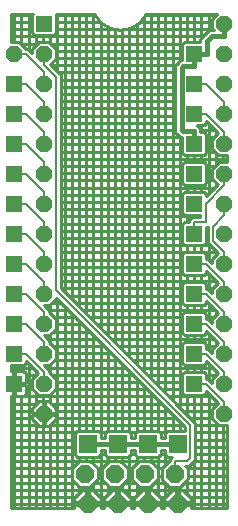
<source format=gbr>
G04 EAGLE Gerber RS-274X export*
G75*
%MOMM*%
%FSLAX34Y34*%
%LPD*%
%INBottom Copper*%
%IPPOS*%
%AMOC8*
5,1,8,0,0,1.08239X$1,22.5*%
G01*
%ADD10P,1.429621X8X22.500000*%
%ADD11R,1.320800X1.320800*%
%ADD12R,1.524000X1.524000*%
%ADD13P,1.649562X8X22.500000*%
%ADD14C,0.203200*%
%ADD15C,0.254000*%
%ADD16C,0.381000*%


D10*
X0Y393700D03*
D11*
X0Y368300D03*
X0Y342900D03*
X0Y317500D03*
X0Y292100D03*
X0Y266700D03*
X0Y241300D03*
X0Y215900D03*
X0Y190500D03*
X0Y165100D03*
X0Y139700D03*
X0Y114300D03*
X152400Y114300D03*
X152400Y139700D03*
X152400Y165100D03*
X152400Y190500D03*
X152400Y215900D03*
X152400Y241300D03*
X152400Y266700D03*
X152400Y292100D03*
X152400Y317500D03*
X152400Y342900D03*
X152400Y368300D03*
X152400Y393700D03*
X25400Y419100D03*
D10*
X25400Y393700D03*
X25400Y368300D03*
X25400Y342900D03*
X25400Y317500D03*
X25400Y292100D03*
X25400Y266700D03*
X25400Y241300D03*
X25400Y215900D03*
X25400Y190500D03*
X25400Y165100D03*
X25400Y139700D03*
X25400Y114300D03*
X25400Y88900D03*
X177800Y88900D03*
X177800Y114300D03*
X177800Y139700D03*
X177800Y165100D03*
X177800Y190500D03*
X177800Y215900D03*
X177800Y241300D03*
X177800Y266700D03*
X177800Y292100D03*
X177800Y317500D03*
X177800Y342900D03*
X177800Y368300D03*
X177800Y393700D03*
X177800Y419100D03*
D12*
X138430Y63500D03*
D13*
X135890Y38100D03*
X138430Y12700D03*
D12*
X113030Y63500D03*
D13*
X110490Y38100D03*
X113030Y12700D03*
D12*
X87630Y63500D03*
D13*
X85090Y38100D03*
X87630Y12700D03*
D12*
X62230Y63500D03*
D13*
X59690Y38100D03*
X62230Y12700D03*
D14*
X9677Y190500D02*
X0Y190500D01*
X25400Y174777D02*
X25400Y165100D01*
X25400Y174777D02*
X9677Y190500D01*
X9677Y165100D02*
X0Y165100D01*
X25400Y149377D02*
X25400Y139700D01*
X25400Y149377D02*
X9677Y165100D01*
X9677Y139700D02*
X0Y139700D01*
X25400Y123977D02*
X25400Y114300D01*
X25400Y123977D02*
X9677Y139700D01*
X152400Y114300D02*
X162077Y114300D01*
X177800Y98577D02*
X177800Y88900D01*
X177800Y98577D02*
X162077Y114300D01*
X162077Y139700D02*
X152400Y139700D01*
X177800Y123977D02*
X177800Y114300D01*
X177800Y123977D02*
X162077Y139700D01*
X162077Y165100D02*
X152400Y165100D01*
X177800Y149377D02*
X177800Y139700D01*
X177800Y149377D02*
X162077Y165100D01*
X162077Y190500D02*
X152400Y190500D01*
X177800Y174777D02*
X177800Y165100D01*
X177800Y174777D02*
X162077Y190500D01*
X162077Y215900D02*
X152400Y215900D01*
X177800Y200177D02*
X177800Y190500D01*
X177800Y200177D02*
X162077Y215900D01*
D15*
X162306Y233328D02*
X162306Y246659D01*
X163308Y246659D01*
X163309Y246661D01*
X163311Y246661D01*
X163805Y247155D01*
X163805Y235261D01*
X163805Y233467D01*
X163805Y233467D01*
X163805Y233466D01*
X165021Y232250D01*
X172581Y224690D01*
X167894Y220003D01*
X167894Y216190D01*
X163866Y220218D01*
X162306Y220218D01*
X162306Y223872D01*
X160372Y225806D01*
X144428Y225806D01*
X142494Y223872D01*
X142494Y207928D01*
X144428Y205994D01*
X160372Y205994D01*
X162306Y207928D01*
X162306Y209564D01*
X172581Y199290D01*
X167894Y194603D01*
X167894Y190790D01*
X163866Y194818D01*
X162306Y194818D01*
X162306Y198472D01*
X160372Y200406D01*
X144428Y200406D01*
X142494Y198472D01*
X142494Y182528D01*
X144428Y180594D01*
X160372Y180594D01*
X162306Y182528D01*
X162306Y184164D01*
X172581Y173890D01*
X167894Y169203D01*
X167894Y165390D01*
X163866Y169418D01*
X162306Y169418D01*
X162306Y173072D01*
X160372Y175006D01*
X144428Y175006D01*
X142494Y173072D01*
X142494Y157128D01*
X144428Y155194D01*
X160372Y155194D01*
X162306Y157128D01*
X162306Y158764D01*
X172581Y148490D01*
X167894Y143803D01*
X167894Y139990D01*
X163866Y144018D01*
X162306Y144018D01*
X162306Y147672D01*
X160372Y149606D01*
X144428Y149606D01*
X142494Y147672D01*
X142494Y131728D01*
X144428Y129794D01*
X160372Y129794D01*
X162306Y131728D01*
X162306Y133364D01*
X172581Y123090D01*
X167894Y118403D01*
X167894Y114590D01*
X163866Y118618D01*
X162306Y118618D01*
X162306Y122272D01*
X160372Y124206D01*
X144428Y124206D01*
X142494Y122272D01*
X142494Y106328D01*
X144428Y104394D01*
X160372Y104394D01*
X162306Y106328D01*
X162306Y107964D01*
X172581Y97690D01*
X167894Y93003D01*
X167894Y84797D01*
X173697Y78994D01*
X180140Y78994D01*
X180140Y8890D01*
X149860Y8890D01*
X149860Y11430D01*
X139700Y11430D01*
X139700Y13970D01*
X149860Y13970D01*
X149860Y17434D01*
X143164Y24130D01*
X139700Y24130D01*
X139700Y13970D01*
X137160Y13970D01*
X137160Y24130D01*
X133696Y24130D01*
X127000Y17434D01*
X127000Y13970D01*
X137160Y13970D01*
X137160Y11430D01*
X127000Y11430D01*
X127000Y8890D01*
X124460Y8890D01*
X124460Y11430D01*
X114300Y11430D01*
X114300Y13970D01*
X124460Y13970D01*
X124460Y17434D01*
X117764Y24130D01*
X114300Y24130D01*
X114300Y13970D01*
X111760Y13970D01*
X111760Y24130D01*
X108296Y24130D01*
X101600Y17434D01*
X101600Y13970D01*
X111760Y13970D01*
X111760Y11430D01*
X101600Y11430D01*
X101600Y8890D01*
X99060Y8890D01*
X99060Y11430D01*
X88900Y11430D01*
X88900Y13970D01*
X99060Y13970D01*
X99060Y17434D01*
X92364Y24130D01*
X88900Y24130D01*
X88900Y13970D01*
X86360Y13970D01*
X86360Y24130D01*
X82896Y24130D01*
X76200Y17434D01*
X76200Y13970D01*
X86360Y13970D01*
X86360Y11430D01*
X76200Y11430D01*
X76200Y8890D01*
X73660Y8890D01*
X73660Y11430D01*
X63500Y11430D01*
X63500Y13970D01*
X73660Y13970D01*
X73660Y17434D01*
X66964Y24130D01*
X63500Y24130D01*
X63500Y13970D01*
X60960Y13970D01*
X60960Y24130D01*
X57496Y24130D01*
X50800Y17434D01*
X50800Y13970D01*
X60960Y13970D01*
X60960Y11430D01*
X50800Y11430D01*
X50800Y8890D01*
X-2540Y8890D01*
X-2540Y103886D01*
X-762Y103886D01*
X-762Y113538D01*
X762Y113538D01*
X762Y103886D01*
X7106Y103886D01*
X8075Y104146D01*
X8943Y104647D01*
X9653Y105357D01*
X10154Y106225D01*
X10414Y107194D01*
X10414Y113538D01*
X762Y113538D01*
X762Y115062D01*
X10414Y115062D01*
X10414Y121406D01*
X10154Y122375D01*
X9653Y123243D01*
X8943Y123953D01*
X8075Y124454D01*
X7106Y124714D01*
X762Y124714D01*
X762Y115062D01*
X-762Y115062D01*
X-762Y124714D01*
X-2540Y124714D01*
X-2540Y129794D01*
X7972Y129794D01*
X9906Y131728D01*
X9906Y133364D01*
X20181Y123090D01*
X15494Y118403D01*
X15494Y110197D01*
X21297Y104394D01*
X29503Y104394D01*
X35306Y110197D01*
X35306Y118403D01*
X29718Y123991D01*
X29718Y125766D01*
X25690Y129794D01*
X29503Y129794D01*
X35306Y135597D01*
X35306Y143803D01*
X29718Y149391D01*
X29718Y151166D01*
X25690Y155194D01*
X29503Y155194D01*
X35306Y160997D01*
X35306Y169203D01*
X29718Y174791D01*
X29718Y176566D01*
X25690Y180594D01*
X29503Y180594D01*
X35306Y186397D01*
X35306Y186933D01*
X144831Y77408D01*
X144831Y74422D01*
X129442Y74422D01*
X127508Y72488D01*
X127508Y68707D01*
X123952Y68707D01*
X123952Y72488D01*
X122018Y74422D01*
X104042Y74422D01*
X102108Y72488D01*
X102108Y68707D01*
X98552Y68707D01*
X98552Y72488D01*
X96618Y74422D01*
X78642Y74422D01*
X76708Y72488D01*
X76708Y68707D01*
X73152Y68707D01*
X73152Y72488D01*
X71218Y74422D01*
X53242Y74422D01*
X51308Y72488D01*
X51308Y54512D01*
X53242Y52578D01*
X71218Y52578D01*
X73152Y54512D01*
X73152Y58293D01*
X76708Y58293D01*
X76708Y54512D01*
X78642Y52578D01*
X96618Y52578D01*
X98552Y54512D01*
X98552Y58293D01*
X102108Y58293D01*
X102108Y54512D01*
X104042Y52578D01*
X122018Y52578D01*
X123952Y54512D01*
X123952Y58293D01*
X127508Y58293D01*
X127508Y54512D01*
X129442Y52578D01*
X133568Y52578D01*
X131572Y50582D01*
X131572Y49022D01*
X131366Y49022D01*
X124968Y42624D01*
X124968Y33576D01*
X131366Y27178D01*
X140414Y27178D01*
X146812Y33576D01*
X146812Y42624D01*
X144961Y44475D01*
X148372Y44475D01*
X150901Y47004D01*
X153467Y49570D01*
X153467Y80986D01*
X150938Y83515D01*
X39395Y195058D01*
X39395Y374351D01*
X39395Y376133D01*
X39395Y376133D01*
X39395Y376134D01*
X38170Y377359D01*
X30619Y384910D01*
X35306Y389597D01*
X35306Y397803D01*
X29503Y403606D01*
X21297Y403606D01*
X15494Y397803D01*
X15494Y393990D01*
X11466Y398018D01*
X9691Y398018D01*
X4103Y403606D01*
X-2540Y403606D01*
X-2540Y427228D01*
X15650Y427228D01*
X15494Y427072D01*
X15494Y411128D01*
X17428Y409194D01*
X33372Y409194D01*
X35306Y411128D01*
X35306Y427072D01*
X35150Y427228D01*
X68144Y427228D01*
X68442Y426407D01*
X68442Y426407D01*
X73912Y419888D01*
X73912Y419888D01*
X73912Y419888D01*
X81282Y415633D01*
X81282Y415633D01*
X89662Y414156D01*
X89662Y414156D01*
X98042Y415633D01*
X98042Y415633D01*
X105412Y419888D01*
X105412Y419888D01*
X110882Y426407D01*
X110882Y426407D01*
X111180Y427228D01*
X171919Y427228D01*
X167894Y423203D01*
X167894Y414997D01*
X169150Y413741D01*
X165077Y413741D01*
X160809Y409473D01*
X157759Y406423D01*
X157759Y403606D01*
X144428Y403606D01*
X142494Y401672D01*
X142494Y388341D01*
X140769Y388341D01*
X140768Y388340D01*
X140767Y388340D01*
X139261Y386832D01*
X137719Y385291D01*
X137719Y385290D01*
X136627Y384198D01*
X136627Y384196D01*
X136626Y384195D01*
X136627Y382039D01*
X136627Y329162D01*
X136626Y327005D01*
X136627Y327004D01*
X136627Y327002D01*
X137719Y325910D01*
X137719Y325909D01*
X139262Y324367D01*
X140767Y322860D01*
X140768Y322860D01*
X140769Y322859D01*
X142494Y322859D01*
X142494Y309528D01*
X144428Y307594D01*
X160372Y307594D01*
X162306Y309528D01*
X162306Y325472D01*
X160372Y327406D01*
X157607Y327406D01*
X157607Y330223D01*
X154836Y332994D01*
X160372Y332994D01*
X162306Y334928D01*
X162306Y336564D01*
X172581Y326290D01*
X167894Y321603D01*
X167894Y313397D01*
X173697Y307594D01*
X180140Y307594D01*
X180140Y302006D01*
X173697Y302006D01*
X167894Y296203D01*
X167894Y287997D01*
X172581Y283310D01*
X162306Y273036D01*
X162306Y274672D01*
X160372Y276606D01*
X144428Y276606D01*
X142494Y274672D01*
X142494Y258728D01*
X144428Y256794D01*
X157759Y256794D01*
X157759Y255295D01*
X150611Y255295D01*
X148082Y252766D01*
X148082Y251206D01*
X144428Y251206D01*
X142494Y249272D01*
X142494Y233328D01*
X144428Y231394D01*
X160372Y231394D01*
X162306Y233328D01*
X70612Y42624D02*
X70612Y33576D01*
X70612Y42624D02*
X64214Y49022D01*
X55166Y49022D01*
X48768Y42624D01*
X48768Y33576D01*
X55166Y27178D01*
X64214Y27178D01*
X70612Y33576D01*
X121412Y33576D02*
X121412Y42624D01*
X115014Y49022D01*
X105966Y49022D01*
X99568Y42624D01*
X99568Y33576D01*
X105966Y27178D01*
X115014Y27178D01*
X121412Y33576D01*
X26162Y89662D02*
X26162Y99314D01*
X26162Y89662D02*
X24638Y89662D01*
X24638Y99314D01*
X21086Y99314D01*
X14986Y93214D01*
X14986Y89662D01*
X24638Y89662D01*
X24638Y88138D01*
X14986Y88138D01*
X14986Y84586D01*
X21086Y78486D01*
X24638Y78486D01*
X24638Y88138D01*
X26162Y88138D01*
X26162Y78486D01*
X29714Y78486D01*
X35814Y84586D01*
X35814Y88138D01*
X26162Y88138D01*
X26162Y89662D01*
X35814Y89662D01*
X35814Y93214D01*
X29714Y99314D01*
X26162Y99314D01*
X162306Y284128D02*
X162306Y300072D01*
X160372Y302006D01*
X144428Y302006D01*
X142494Y300072D01*
X142494Y284128D01*
X144428Y282194D01*
X160372Y282194D01*
X162306Y284128D01*
X96012Y42624D02*
X96012Y33576D01*
X96012Y42624D02*
X89614Y49022D01*
X80566Y49022D01*
X74168Y42624D01*
X74168Y33576D01*
X80566Y27178D01*
X89614Y27178D01*
X96012Y33576D01*
X60960Y12192D02*
X-2540Y12192D01*
X63500Y12192D02*
X86360Y12192D01*
X88900Y12192D02*
X111760Y12192D01*
X114300Y12192D02*
X137160Y12192D01*
X139700Y12192D02*
X180140Y12192D01*
X51654Y18288D02*
X-2540Y18288D01*
X60960Y18288D02*
X63500Y18288D01*
X72806Y18288D02*
X77054Y18288D01*
X86360Y18288D02*
X88900Y18288D01*
X98206Y18288D02*
X102454Y18288D01*
X111760Y18288D02*
X114300Y18288D01*
X123606Y18288D02*
X127854Y18288D01*
X137160Y18288D02*
X139700Y18288D01*
X149006Y18288D02*
X180140Y18288D01*
X180140Y24384D02*
X-2540Y24384D01*
X-2540Y30480D02*
X51864Y30480D01*
X67516Y30480D02*
X77264Y30480D01*
X92916Y30480D02*
X102664Y30480D01*
X118316Y30480D02*
X128064Y30480D01*
X143716Y30480D02*
X180140Y30480D01*
X48768Y36576D02*
X-2540Y36576D01*
X70612Y36576D02*
X74168Y36576D01*
X96012Y36576D02*
X99568Y36576D01*
X121412Y36576D02*
X124968Y36576D01*
X146812Y36576D02*
X180140Y36576D01*
X48816Y42672D02*
X-2540Y42672D01*
X70564Y42672D02*
X74216Y42672D01*
X95964Y42672D02*
X99616Y42672D01*
X121364Y42672D02*
X125016Y42672D01*
X146764Y42672D02*
X180140Y42672D01*
X54912Y48768D02*
X-2540Y48768D01*
X64468Y48768D02*
X80312Y48768D01*
X89868Y48768D02*
X105712Y48768D01*
X115268Y48768D02*
X131112Y48768D01*
X152665Y48768D02*
X180140Y48768D01*
X51308Y54864D02*
X-2540Y54864D01*
X73152Y54864D02*
X76708Y54864D01*
X98552Y54864D02*
X102108Y54864D01*
X123952Y54864D02*
X127508Y54864D01*
X153467Y54864D02*
X180140Y54864D01*
X51308Y60960D02*
X-2540Y60960D01*
X153467Y60960D02*
X180140Y60960D01*
X51308Y67056D02*
X-2540Y67056D01*
X153467Y67056D02*
X180140Y67056D01*
X51972Y73152D02*
X-2540Y73152D01*
X72488Y73152D02*
X77372Y73152D01*
X97888Y73152D02*
X102772Y73152D01*
X123288Y73152D02*
X128172Y73152D01*
X153467Y73152D02*
X180140Y73152D01*
X20324Y79248D02*
X-2540Y79248D01*
X24638Y79248D02*
X26162Y79248D01*
X30476Y79248D02*
X142991Y79248D01*
X153467Y79248D02*
X173443Y79248D01*
X14986Y85344D02*
X-2540Y85344D01*
X24638Y85344D02*
X26162Y85344D01*
X35814Y85344D02*
X136895Y85344D01*
X149109Y85344D02*
X167894Y85344D01*
X14986Y91440D02*
X-2540Y91440D01*
X24638Y91440D02*
X26162Y91440D01*
X35814Y91440D02*
X130799Y91440D01*
X143013Y91440D02*
X167894Y91440D01*
X19308Y97536D02*
X-2540Y97536D01*
X24638Y97536D02*
X26162Y97536D01*
X31492Y97536D02*
X124703Y97536D01*
X136917Y97536D02*
X172427Y97536D01*
X118607Y103632D02*
X-2540Y103632D01*
X130821Y103632D02*
X166638Y103632D01*
X762Y109728D02*
X-762Y109728D01*
X10414Y109728D02*
X15963Y109728D01*
X34837Y109728D02*
X112511Y109728D01*
X124725Y109728D02*
X142494Y109728D01*
X762Y115824D02*
X-762Y115824D01*
X10414Y115824D02*
X15494Y115824D01*
X35306Y115824D02*
X106415Y115824D01*
X118629Y115824D02*
X142494Y115824D01*
X166660Y115824D02*
X167894Y115824D01*
X762Y121920D02*
X-762Y121920D01*
X10276Y121920D02*
X19011Y121920D01*
X31789Y121920D02*
X100319Y121920D01*
X112533Y121920D02*
X142494Y121920D01*
X162306Y121920D02*
X171411Y121920D01*
X15254Y128016D02*
X-2540Y128016D01*
X27468Y128016D02*
X94223Y128016D01*
X106437Y128016D02*
X167654Y128016D01*
X88127Y134112D02*
X33821Y134112D01*
X100341Y134112D02*
X142494Y134112D01*
X82031Y140208D02*
X35306Y140208D01*
X94245Y140208D02*
X142494Y140208D01*
X167676Y140208D02*
X167894Y140208D01*
X75935Y146304D02*
X32805Y146304D01*
X88149Y146304D02*
X142494Y146304D01*
X162306Y146304D02*
X170395Y146304D01*
X69839Y152400D02*
X28484Y152400D01*
X82053Y152400D02*
X168670Y152400D01*
X63743Y158496D02*
X32805Y158496D01*
X75957Y158496D02*
X142494Y158496D01*
X162306Y158496D02*
X162574Y158496D01*
X57647Y164592D02*
X35306Y164592D01*
X69861Y164592D02*
X142494Y164592D01*
X51551Y170688D02*
X33821Y170688D01*
X63765Y170688D02*
X142494Y170688D01*
X162306Y170688D02*
X169379Y170688D01*
X45455Y176784D02*
X29500Y176784D01*
X57669Y176784D02*
X169686Y176784D01*
X39359Y182880D02*
X31789Y182880D01*
X51573Y182880D02*
X142494Y182880D01*
X162306Y182880D02*
X163590Y182880D01*
X142494Y188976D02*
X45477Y188976D01*
X39395Y195072D02*
X142494Y195072D01*
X162306Y195072D02*
X168363Y195072D01*
X170702Y201168D02*
X39395Y201168D01*
X39395Y207264D02*
X143158Y207264D01*
X161642Y207264D02*
X164606Y207264D01*
X142494Y213360D02*
X39395Y213360D01*
X39395Y219456D02*
X142494Y219456D01*
X164628Y219456D02*
X167894Y219456D01*
X144174Y225552D02*
X39395Y225552D01*
X160626Y225552D02*
X171719Y225552D01*
X144174Y231648D02*
X39395Y231648D01*
X160626Y231648D02*
X165623Y231648D01*
X142494Y237744D02*
X39395Y237744D01*
X162306Y237744D02*
X163805Y237744D01*
X142494Y243840D02*
X39395Y243840D01*
X162306Y243840D02*
X163805Y243840D01*
X143158Y249936D02*
X39395Y249936D01*
X39395Y256032D02*
X157759Y256032D01*
X142494Y262128D02*
X39395Y262128D01*
X39395Y268224D02*
X142494Y268224D01*
X142494Y274320D02*
X39395Y274320D01*
X162306Y274320D02*
X163590Y274320D01*
X169686Y280416D02*
X39395Y280416D01*
X39395Y286512D02*
X142494Y286512D01*
X162306Y286512D02*
X169379Y286512D01*
X142494Y292608D02*
X39395Y292608D01*
X162306Y292608D02*
X167894Y292608D01*
X142494Y298704D02*
X39395Y298704D01*
X162306Y298704D02*
X170395Y298704D01*
X180140Y304800D02*
X39395Y304800D01*
X39395Y310896D02*
X142494Y310896D01*
X162306Y310896D02*
X170395Y310896D01*
X142494Y316992D02*
X39395Y316992D01*
X162306Y316992D02*
X167894Y316992D01*
X140539Y323088D02*
X39395Y323088D01*
X162306Y323088D02*
X169379Y323088D01*
X136627Y329184D02*
X39395Y329184D01*
X157607Y329184D02*
X169686Y329184D01*
X136627Y335280D02*
X39395Y335280D01*
X162306Y335280D02*
X163590Y335280D01*
X136627Y341376D02*
X39395Y341376D01*
X39395Y347472D02*
X136627Y347472D01*
X136627Y353568D02*
X39395Y353568D01*
X39395Y359664D02*
X136627Y359664D01*
X136627Y365760D02*
X39395Y365760D01*
X39395Y371856D02*
X136627Y371856D01*
X136627Y377952D02*
X37577Y377952D01*
X31481Y384048D02*
X136626Y384048D01*
X142494Y390144D02*
X35306Y390144D01*
X15494Y396240D02*
X13244Y396240D01*
X35306Y396240D02*
X142494Y396240D01*
X20027Y402336D02*
X5373Y402336D01*
X30773Y402336D02*
X143158Y402336D01*
X159768Y408432D02*
X-2540Y408432D01*
X-2540Y414528D02*
X15494Y414528D01*
X35306Y414528D02*
X87551Y414528D01*
X91773Y414528D02*
X168363Y414528D01*
X15494Y420624D02*
X-2540Y420624D01*
X35306Y420624D02*
X73295Y420624D01*
X106029Y420624D02*
X167894Y420624D01*
X15494Y426720D02*
X-2540Y426720D01*
X35306Y426720D02*
X68328Y426720D01*
X110995Y426720D02*
X171411Y426720D01*
X0Y113538D02*
X0Y8890D01*
X0Y115062D02*
X0Y129794D01*
X0Y403606D02*
X0Y427228D01*
X6096Y103886D02*
X6096Y8890D01*
X6096Y113538D02*
X6096Y115062D01*
X6096Y124714D02*
X6096Y129794D01*
X6096Y401613D02*
X6096Y427228D01*
X12192Y131078D02*
X12192Y8890D01*
X12192Y397292D02*
X12192Y427228D01*
X18288Y81284D02*
X18288Y8890D01*
X18288Y88138D02*
X18288Y89662D01*
X18288Y96516D02*
X18288Y107403D01*
X18288Y121197D02*
X18288Y124982D01*
X18288Y400597D02*
X18288Y409194D01*
X24384Y78486D02*
X24384Y8890D01*
X24384Y88138D02*
X24384Y89662D01*
X24384Y99314D02*
X24384Y104394D01*
X24384Y403606D02*
X24384Y409194D01*
X30480Y79252D02*
X30480Y8890D01*
X30480Y88138D02*
X30480Y89662D01*
X30480Y98548D02*
X30480Y105371D01*
X30480Y123229D02*
X30480Y130771D01*
X30480Y148629D02*
X30480Y156171D01*
X30480Y174029D02*
X30480Y181571D01*
X30480Y402629D02*
X30480Y409194D01*
X36576Y185663D02*
X36576Y8890D01*
X36576Y378953D02*
X36576Y427228D01*
X42672Y179567D02*
X42672Y8890D01*
X42672Y191781D02*
X42672Y427228D01*
X48768Y33576D02*
X48768Y8890D01*
X48768Y42624D02*
X48768Y173471D01*
X48768Y185685D02*
X48768Y427228D01*
X54864Y13970D02*
X54864Y11430D01*
X54864Y21498D02*
X54864Y27480D01*
X54864Y48720D02*
X54864Y52578D01*
X54864Y74422D02*
X54864Y167375D01*
X54864Y179589D02*
X54864Y427228D01*
X60960Y27178D02*
X60960Y13970D01*
X60960Y49022D02*
X60960Y52578D01*
X60960Y74422D02*
X60960Y161279D01*
X60960Y173493D02*
X60960Y427228D01*
X67056Y13970D02*
X67056Y11430D01*
X67056Y24038D02*
X67056Y30020D01*
X67056Y46180D02*
X67056Y52578D01*
X67056Y74422D02*
X67056Y155183D01*
X67056Y167397D02*
X67056Y427228D01*
X73152Y13970D02*
X73152Y11430D01*
X73152Y17942D02*
X73152Y58293D01*
X73152Y68707D02*
X73152Y149087D01*
X73152Y161301D02*
X73152Y420794D01*
X79248Y13970D02*
X79248Y11430D01*
X79248Y20482D02*
X79248Y28496D01*
X79248Y47704D02*
X79248Y52578D01*
X79248Y74422D02*
X79248Y142991D01*
X79248Y155205D02*
X79248Y416808D01*
X85344Y13970D02*
X85344Y11430D01*
X85344Y24130D02*
X85344Y27178D01*
X85344Y49022D02*
X85344Y52578D01*
X85344Y74422D02*
X85344Y136895D01*
X85344Y149109D02*
X85344Y414917D01*
X91440Y13970D02*
X91440Y11430D01*
X91440Y24130D02*
X91440Y29004D01*
X91440Y47196D02*
X91440Y52578D01*
X91440Y74422D02*
X91440Y130799D01*
X91440Y143013D02*
X91440Y414469D01*
X97536Y13970D02*
X97536Y11430D01*
X97536Y18958D02*
X97536Y53496D01*
X97536Y73504D02*
X97536Y124703D01*
X97536Y136917D02*
X97536Y415544D01*
X103632Y13970D02*
X103632Y11430D01*
X103632Y19466D02*
X103632Y29512D01*
X103632Y46688D02*
X103632Y52988D01*
X103632Y74012D02*
X103632Y118607D01*
X103632Y130821D02*
X103632Y418861D01*
X109728Y13970D02*
X109728Y11430D01*
X109728Y24130D02*
X109728Y27178D01*
X109728Y49022D02*
X109728Y52578D01*
X109728Y74422D02*
X109728Y112511D01*
X109728Y124725D02*
X109728Y425032D01*
X115824Y13970D02*
X115824Y11430D01*
X115824Y24130D02*
X115824Y27988D01*
X115824Y48212D02*
X115824Y52578D01*
X115824Y74422D02*
X115824Y106415D01*
X115824Y118629D02*
X115824Y427228D01*
X121920Y13970D02*
X121920Y11430D01*
X121920Y19974D02*
X121920Y52578D01*
X121920Y74422D02*
X121920Y100319D01*
X121920Y112533D02*
X121920Y427228D01*
X128016Y13970D02*
X128016Y11430D01*
X128016Y18450D02*
X128016Y30528D01*
X128016Y45672D02*
X128016Y54004D01*
X128016Y72996D02*
X128016Y94223D01*
X128016Y106437D02*
X128016Y427228D01*
X134112Y13970D02*
X134112Y11430D01*
X134112Y24130D02*
X134112Y27178D01*
X134112Y74422D02*
X134112Y88127D01*
X134112Y100341D02*
X134112Y427228D01*
X140208Y13970D02*
X140208Y11430D01*
X140208Y24130D02*
X140208Y27178D01*
X140208Y74422D02*
X140208Y82031D01*
X140208Y94245D02*
X140208Y323419D01*
X140208Y387781D02*
X140208Y427228D01*
X146304Y13970D02*
X146304Y11430D01*
X146304Y20990D02*
X146304Y33068D01*
X146304Y43132D02*
X146304Y44475D01*
X146304Y88149D02*
X146304Y104394D01*
X146304Y124206D02*
X146304Y129794D01*
X146304Y149606D02*
X146304Y155194D01*
X146304Y175006D02*
X146304Y180594D01*
X146304Y200406D02*
X146304Y205994D01*
X146304Y225806D02*
X146304Y231394D01*
X146304Y251206D02*
X146304Y256794D01*
X146304Y276606D02*
X146304Y282194D01*
X146304Y302006D02*
X146304Y307594D01*
X146304Y403606D02*
X146304Y427228D01*
X152400Y48503D02*
X152400Y8890D01*
X152400Y82053D02*
X152400Y104394D01*
X152400Y124206D02*
X152400Y129794D01*
X152400Y149606D02*
X152400Y155194D01*
X152400Y175006D02*
X152400Y180594D01*
X152400Y200406D02*
X152400Y205994D01*
X152400Y225806D02*
X152400Y231394D01*
X152400Y255295D02*
X152400Y256794D01*
X152400Y276606D02*
X152400Y282194D01*
X152400Y302006D02*
X152400Y307594D01*
X152400Y403606D02*
X152400Y427228D01*
X158496Y104394D02*
X158496Y8890D01*
X158496Y124206D02*
X158496Y129794D01*
X158496Y149606D02*
X158496Y155194D01*
X158496Y175006D02*
X158496Y180594D01*
X158496Y200406D02*
X158496Y205994D01*
X158496Y225806D02*
X158496Y231394D01*
X158496Y276606D02*
X158496Y282194D01*
X158496Y302006D02*
X158496Y307594D01*
X158496Y327406D02*
X158496Y332994D01*
X158496Y407160D02*
X158496Y427228D01*
X164592Y105678D02*
X164592Y8890D01*
X164592Y117892D02*
X164592Y131078D01*
X164592Y143292D02*
X164592Y156478D01*
X164592Y168692D02*
X164592Y181878D01*
X164592Y194092D02*
X164592Y207278D01*
X164592Y219492D02*
X164592Y232679D01*
X164592Y275322D02*
X164592Y334278D01*
X164592Y413256D02*
X164592Y427228D01*
X170688Y82003D02*
X170688Y8890D01*
X170688Y95797D02*
X170688Y99582D01*
X170688Y121197D02*
X170688Y124982D01*
X170688Y146597D02*
X170688Y150382D01*
X170688Y171997D02*
X170688Y175782D01*
X170688Y197397D02*
X170688Y201182D01*
X170688Y222797D02*
X170688Y226583D01*
X170688Y281418D02*
X170688Y285203D01*
X170688Y298997D02*
X170688Y310603D01*
X170688Y324397D02*
X170688Y328182D01*
X170688Y425997D02*
X170688Y427228D01*
X176784Y78994D02*
X176784Y8890D01*
X176784Y302006D02*
X176784Y307594D01*
D16*
X162966Y393700D02*
X152400Y393700D01*
X177800Y408534D02*
X177800Y419100D01*
X177800Y408534D02*
X167234Y408534D01*
X162966Y404266D01*
X162966Y393700D01*
X138430Y63500D02*
X113030Y63500D01*
X87630Y63500D01*
X62230Y63500D01*
X152400Y317500D02*
X152400Y328066D01*
X152400Y383134D02*
X152400Y393700D01*
X152400Y383134D02*
X142926Y383134D01*
X141834Y382041D01*
X141834Y329159D01*
X142926Y328066D01*
X152400Y328066D01*
D14*
X9677Y215900D02*
X0Y215900D01*
X25400Y200177D02*
X25400Y190500D01*
X25400Y200177D02*
X9677Y215900D01*
X9677Y241300D02*
X0Y241300D01*
X25400Y225577D02*
X25400Y215900D01*
X25400Y225577D02*
X9677Y241300D01*
X9677Y266700D02*
X0Y266700D01*
X25400Y250977D02*
X25400Y241300D01*
X25400Y250977D02*
X9677Y266700D01*
X9677Y292100D02*
X0Y292100D01*
X25400Y276377D02*
X25400Y266700D01*
X25400Y276377D02*
X9677Y292100D01*
X9677Y317500D02*
X0Y317500D01*
X25400Y301777D02*
X25400Y292100D01*
X25400Y301777D02*
X9677Y317500D01*
X9677Y342900D02*
X0Y342900D01*
X25400Y327177D02*
X25400Y317500D01*
X25400Y327177D02*
X9677Y342900D01*
X9677Y368300D02*
X0Y368300D01*
X25400Y352577D02*
X25400Y342900D01*
X25400Y352577D02*
X9677Y368300D01*
X9677Y393700D02*
X0Y393700D01*
X25400Y377977D02*
X25400Y368300D01*
X25400Y377977D02*
X9677Y393700D01*
X152400Y368300D02*
X162077Y368300D01*
X177800Y352577D02*
X177800Y342900D01*
X177800Y352577D02*
X162077Y368300D01*
X162077Y342900D02*
X152400Y342900D01*
X177800Y327177D02*
X177800Y317500D01*
X177800Y327177D02*
X162077Y342900D01*
X152400Y250977D02*
X152400Y241300D01*
X177800Y282423D02*
X177800Y292100D01*
X177800Y282423D02*
X162077Y266700D01*
X162077Y251536D01*
X161519Y250977D01*
X152400Y250977D01*
X135890Y48793D02*
X135890Y38100D01*
X25400Y384023D02*
X25400Y393700D01*
X25400Y384023D02*
X35077Y374345D01*
X35077Y193269D01*
X149149Y79197D01*
X149149Y51359D01*
X146583Y48793D01*
X135890Y48793D01*
X177800Y257023D02*
X177800Y266700D01*
X177800Y225577D02*
X177800Y215900D01*
X168123Y247345D02*
X177800Y257023D01*
X168123Y247345D02*
X168123Y235255D01*
X177800Y225577D01*
M02*

</source>
